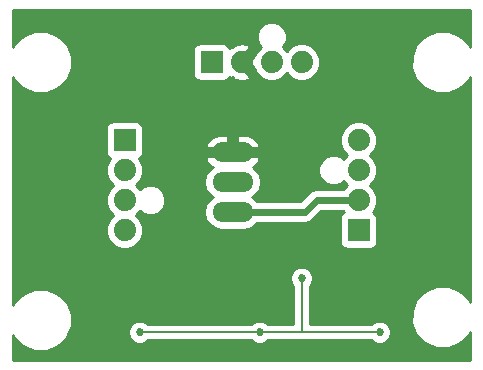
<source format=gbl>
G04 #@! TF.FileFunction,Copper,L2,Bot,Signal*
%FSLAX46Y46*%
G04 Gerber Fmt 4.6, Leading zero omitted, Abs format (unit mm)*
G04 Created by KiCad (PCBNEW 4.0.6) date Friday, March 31, 2017 'PMt' 06:41:41 PM*
%MOMM*%
%LPD*%
G01*
G04 APERTURE LIST*
%ADD10C,0.100000*%
%ADD11C,1.879600*%
%ADD12R,1.879600X1.879600*%
%ADD13O,3.500120X1.699260*%
%ADD14C,0.685800*%
%ADD15C,0.600000*%
%ADD16C,0.152400*%
%ADD17C,0.254000*%
G04 APERTURE END LIST*
D10*
D11*
X158496000Y-110744000D03*
D12*
X158496000Y-113284000D03*
D11*
X158496000Y-105664000D03*
X158496000Y-108204000D03*
X138684000Y-108204000D03*
D12*
X138684000Y-105664000D03*
D11*
X138684000Y-113284000D03*
X138684000Y-110744000D03*
D13*
X147828000Y-109220000D03*
X147828000Y-106680000D03*
X147828000Y-111760000D03*
D11*
X148590000Y-99060000D03*
D12*
X146050000Y-99060000D03*
D11*
X153670000Y-99060000D03*
X151130000Y-99060000D03*
D14*
X157226000Y-116586000D03*
X136906000Y-116586000D03*
X147066000Y-116586000D03*
X153670000Y-117348000D03*
X150114000Y-121920000D03*
X160274000Y-121920000D03*
X139954000Y-121920000D03*
D15*
X147828000Y-111760000D02*
X153924000Y-111760000D01*
X154940000Y-110744000D02*
X158496000Y-110744000D01*
X153924000Y-111760000D02*
X154940000Y-110744000D01*
X149225000Y-111760000D02*
X147828000Y-111760000D01*
D16*
X153670000Y-117348000D02*
X153670000Y-121920000D01*
X139954000Y-121920000D02*
X150114000Y-121920000D01*
X150114000Y-121920000D02*
X153670000Y-121920000D01*
X153670000Y-121920000D02*
X160274000Y-121920000D01*
D17*
G36*
X167946000Y-97818265D02*
X167843147Y-97569342D01*
X167102557Y-96827458D01*
X166134433Y-96425458D01*
X165086166Y-96424543D01*
X164117342Y-96824853D01*
X163375458Y-97565443D01*
X162973458Y-98533567D01*
X162972543Y-99581834D01*
X163372853Y-100550658D01*
X164113443Y-101292542D01*
X165081567Y-101694542D01*
X166129834Y-101695457D01*
X167098658Y-101295147D01*
X167840542Y-100554557D01*
X167946000Y-100300586D01*
X167946000Y-119408265D01*
X167843147Y-119159342D01*
X167102557Y-118417458D01*
X166134433Y-118015458D01*
X165086166Y-118014543D01*
X164117342Y-118414853D01*
X163375458Y-119155443D01*
X162973458Y-120123567D01*
X162972543Y-121171834D01*
X163372853Y-122140658D01*
X164113443Y-122882542D01*
X165081567Y-123284542D01*
X166129834Y-123285457D01*
X167098658Y-122885147D01*
X167840542Y-122144557D01*
X167946000Y-121890586D01*
X167946000Y-124258000D01*
X129234000Y-124258000D01*
X129234000Y-122145735D01*
X129336853Y-122394658D01*
X130077443Y-123136542D01*
X131045567Y-123538542D01*
X132093834Y-123539457D01*
X133062658Y-123139147D01*
X133804542Y-122398557D01*
X133922840Y-122113663D01*
X138975931Y-122113663D01*
X139124493Y-122473212D01*
X139399341Y-122748540D01*
X139758630Y-122897730D01*
X140147663Y-122898069D01*
X140507212Y-122749507D01*
X140625726Y-122631200D01*
X149442206Y-122631200D01*
X149559341Y-122748540D01*
X149918630Y-122897730D01*
X150307663Y-122898069D01*
X150667212Y-122749507D01*
X150785726Y-122631200D01*
X159602206Y-122631200D01*
X159719341Y-122748540D01*
X160078630Y-122897730D01*
X160467663Y-122898069D01*
X160827212Y-122749507D01*
X161102540Y-122474659D01*
X161251730Y-122115370D01*
X161252069Y-121726337D01*
X161103507Y-121366788D01*
X160828659Y-121091460D01*
X160469370Y-120942270D01*
X160080337Y-120941931D01*
X159720788Y-121090493D01*
X159602274Y-121208800D01*
X154381200Y-121208800D01*
X154381200Y-118019794D01*
X154498540Y-117902659D01*
X154647730Y-117543370D01*
X154648069Y-117154337D01*
X154499507Y-116794788D01*
X154224659Y-116519460D01*
X153865370Y-116370270D01*
X153476337Y-116369931D01*
X153116788Y-116518493D01*
X152841460Y-116793341D01*
X152692270Y-117152630D01*
X152691931Y-117541663D01*
X152840493Y-117901212D01*
X152958800Y-118019726D01*
X152958800Y-121208800D01*
X150785794Y-121208800D01*
X150668659Y-121091460D01*
X150309370Y-120942270D01*
X149920337Y-120941931D01*
X149560788Y-121090493D01*
X149442274Y-121208800D01*
X140625794Y-121208800D01*
X140508659Y-121091460D01*
X140149370Y-120942270D01*
X139760337Y-120941931D01*
X139400788Y-121090493D01*
X139125460Y-121365341D01*
X138976270Y-121724630D01*
X138975931Y-122113663D01*
X133922840Y-122113663D01*
X134206542Y-121430433D01*
X134207457Y-120382166D01*
X133807147Y-119413342D01*
X133066557Y-118671458D01*
X132098433Y-118269458D01*
X131050166Y-118268543D01*
X130081342Y-118668853D01*
X129339458Y-119409443D01*
X129234000Y-119663414D01*
X129234000Y-104724200D01*
X137096760Y-104724200D01*
X137096760Y-106603800D01*
X137141038Y-106839117D01*
X137280110Y-107055241D01*
X137473410Y-107187317D01*
X137349728Y-107310783D01*
X137109474Y-107889379D01*
X137108927Y-108515873D01*
X137348171Y-109094887D01*
X137726896Y-109474273D01*
X137349728Y-109850783D01*
X137109474Y-110429379D01*
X137108927Y-111055873D01*
X137348171Y-111634887D01*
X137726896Y-112014273D01*
X137349728Y-112390783D01*
X137109474Y-112969379D01*
X137108927Y-113595873D01*
X137348171Y-114174887D01*
X137790783Y-114618272D01*
X138369379Y-114858526D01*
X138995873Y-114859073D01*
X139574887Y-114619829D01*
X140018272Y-114177217D01*
X140258526Y-113598621D01*
X140259073Y-112972127D01*
X140019829Y-112393113D01*
X139641104Y-112013727D01*
X139986733Y-111668701D01*
X140129335Y-111811553D01*
X140592271Y-112003781D01*
X141093530Y-112004218D01*
X141556800Y-111812799D01*
X141911553Y-111458665D01*
X142103781Y-110995729D01*
X142104218Y-110494470D01*
X141912799Y-110031200D01*
X141558665Y-109676447D01*
X141095729Y-109484219D01*
X140594470Y-109483782D01*
X140131200Y-109675201D01*
X139986461Y-109819687D01*
X139641104Y-109473727D01*
X139895274Y-109220000D01*
X145396214Y-109220000D01*
X145509225Y-109788143D01*
X145831052Y-110269792D01*
X146160617Y-110490000D01*
X145831052Y-110710208D01*
X145509225Y-111191857D01*
X145396214Y-111760000D01*
X145509225Y-112328143D01*
X145831052Y-112809792D01*
X146312701Y-113131619D01*
X146880844Y-113244630D01*
X148775156Y-113244630D01*
X149343299Y-113131619D01*
X149824948Y-112809792D01*
X149901649Y-112695000D01*
X153924000Y-112695000D01*
X154281809Y-112623827D01*
X154585145Y-112421145D01*
X155327290Y-111679000D01*
X157204207Y-111679000D01*
X157287549Y-111762488D01*
X157104759Y-111880110D01*
X156959769Y-112092310D01*
X156908760Y-112344200D01*
X156908760Y-114223800D01*
X156953038Y-114459117D01*
X157092110Y-114675241D01*
X157304310Y-114820231D01*
X157556200Y-114871240D01*
X159435800Y-114871240D01*
X159671117Y-114826962D01*
X159887241Y-114687890D01*
X160032231Y-114475690D01*
X160083240Y-114223800D01*
X160083240Y-112344200D01*
X160038962Y-112108883D01*
X159899890Y-111892759D01*
X159706590Y-111760683D01*
X159830272Y-111637217D01*
X160070526Y-111058621D01*
X160071073Y-110432127D01*
X159831829Y-109853113D01*
X159453104Y-109473727D01*
X159830272Y-109097217D01*
X160070526Y-108518621D01*
X160071073Y-107892127D01*
X159831829Y-107313113D01*
X159453104Y-106933727D01*
X159830272Y-106557217D01*
X160070526Y-105978621D01*
X160071073Y-105352127D01*
X159831829Y-104773113D01*
X159389217Y-104329728D01*
X158810621Y-104089474D01*
X158184127Y-104088927D01*
X157605113Y-104328171D01*
X157161728Y-104770783D01*
X156921474Y-105349379D01*
X156920927Y-105975873D01*
X157160171Y-106554887D01*
X157538896Y-106934273D01*
X157193267Y-107279299D01*
X157050665Y-107136447D01*
X156587729Y-106944219D01*
X156086470Y-106943782D01*
X155623200Y-107135201D01*
X155268447Y-107489335D01*
X155076219Y-107952271D01*
X155075782Y-108453530D01*
X155267201Y-108916800D01*
X155621335Y-109271553D01*
X156084271Y-109463781D01*
X156585530Y-109464218D01*
X157048800Y-109272799D01*
X157193539Y-109128313D01*
X157538896Y-109474273D01*
X157203584Y-109809000D01*
X154940000Y-109809000D01*
X154582191Y-109880173D01*
X154278855Y-110082855D01*
X153536710Y-110825000D01*
X149901649Y-110825000D01*
X149824948Y-110710208D01*
X149495383Y-110490000D01*
X149824948Y-110269792D01*
X150146775Y-109788143D01*
X150259786Y-109220000D01*
X150146775Y-108651857D01*
X149824948Y-108170208D01*
X149519867Y-107966360D01*
X149641180Y-107908878D01*
X150041972Y-107466041D01*
X150089398Y-107273206D01*
X150000762Y-107053000D01*
X148201000Y-107053000D01*
X148201000Y-107073000D01*
X147455000Y-107073000D01*
X147455000Y-107053000D01*
X145655238Y-107053000D01*
X145566602Y-107273206D01*
X145614028Y-107466041D01*
X146014820Y-107908878D01*
X146136133Y-107966360D01*
X145831052Y-108170208D01*
X145509225Y-108651857D01*
X145396214Y-109220000D01*
X139895274Y-109220000D01*
X140018272Y-109097217D01*
X140258526Y-108518621D01*
X140259073Y-107892127D01*
X140019829Y-107313113D01*
X139892451Y-107185512D01*
X140075241Y-107067890D01*
X140220231Y-106855690D01*
X140271240Y-106603800D01*
X140271240Y-106086794D01*
X145566602Y-106086794D01*
X145655238Y-106307000D01*
X147455000Y-106307000D01*
X147455000Y-105195370D01*
X148201000Y-105195370D01*
X148201000Y-106307000D01*
X150000762Y-106307000D01*
X150089398Y-106086794D01*
X150041972Y-105893959D01*
X149641180Y-105451122D01*
X149101430Y-105195370D01*
X148201000Y-105195370D01*
X147455000Y-105195370D01*
X146554570Y-105195370D01*
X146014820Y-105451122D01*
X145614028Y-105893959D01*
X145566602Y-106086794D01*
X140271240Y-106086794D01*
X140271240Y-104724200D01*
X140226962Y-104488883D01*
X140087890Y-104272759D01*
X139875690Y-104127769D01*
X139623800Y-104076760D01*
X137744200Y-104076760D01*
X137508883Y-104121038D01*
X137292759Y-104260110D01*
X137147769Y-104472310D01*
X137096760Y-104724200D01*
X129234000Y-104724200D01*
X129234000Y-100301735D01*
X129336853Y-100550658D01*
X130077443Y-101292542D01*
X131045567Y-101694542D01*
X132093834Y-101695457D01*
X133062658Y-101295147D01*
X133804542Y-100554557D01*
X134206542Y-99586433D01*
X134207457Y-98538166D01*
X134034757Y-98120200D01*
X144462760Y-98120200D01*
X144462760Y-99999800D01*
X144507038Y-100235117D01*
X144646110Y-100451241D01*
X144858310Y-100596231D01*
X145110200Y-100647240D01*
X146989800Y-100647240D01*
X147225117Y-100602962D01*
X147441241Y-100463890D01*
X147557104Y-100294320D01*
X147720144Y-100457360D01*
X147865219Y-100312285D01*
X147973804Y-100542707D01*
X148588116Y-100665651D01*
X149202716Y-100544150D01*
X149206196Y-100542707D01*
X149314782Y-100312284D01*
X148590000Y-99587502D01*
X148575858Y-99601644D01*
X148048356Y-99074142D01*
X148062498Y-99060000D01*
X149117502Y-99060000D01*
X149643333Y-99585831D01*
X149794171Y-99950887D01*
X150236783Y-100394272D01*
X150815379Y-100634526D01*
X151441873Y-100635073D01*
X152020887Y-100395829D01*
X152400273Y-100017104D01*
X152776783Y-100394272D01*
X153355379Y-100634526D01*
X153981873Y-100635073D01*
X154560887Y-100395829D01*
X155004272Y-99953217D01*
X155244526Y-99374621D01*
X155245073Y-98748127D01*
X155005829Y-98169113D01*
X154563217Y-97725728D01*
X153984621Y-97485474D01*
X153358127Y-97484927D01*
X152779113Y-97724171D01*
X152399727Y-98102896D01*
X152054701Y-97757267D01*
X152197553Y-97614665D01*
X152389781Y-97151729D01*
X152390218Y-96650470D01*
X152198799Y-96187200D01*
X151844665Y-95832447D01*
X151381729Y-95640219D01*
X150880470Y-95639782D01*
X150417200Y-95831201D01*
X150062447Y-96185335D01*
X149870219Y-96648271D01*
X149869782Y-97149530D01*
X150061201Y-97612800D01*
X150205687Y-97757539D01*
X149795728Y-98166783D01*
X149643065Y-98534437D01*
X149117502Y-99060000D01*
X148062498Y-99060000D01*
X148048356Y-99045858D01*
X148575858Y-98518356D01*
X148590000Y-98532498D01*
X149314782Y-97807716D01*
X149206196Y-97577293D01*
X148591884Y-97454349D01*
X147977284Y-97575850D01*
X147973804Y-97577293D01*
X147865219Y-97807715D01*
X147720144Y-97662640D01*
X147555742Y-97827042D01*
X147453890Y-97668759D01*
X147241690Y-97523769D01*
X146989800Y-97472760D01*
X145110200Y-97472760D01*
X144874883Y-97517038D01*
X144658759Y-97656110D01*
X144513769Y-97868310D01*
X144462760Y-98120200D01*
X134034757Y-98120200D01*
X133807147Y-97569342D01*
X133066557Y-96827458D01*
X132098433Y-96425458D01*
X131050166Y-96424543D01*
X130081342Y-96824853D01*
X129339458Y-97565443D01*
X129234000Y-97819414D01*
X129234000Y-94690000D01*
X167946000Y-94690000D01*
X167946000Y-97818265D01*
X167946000Y-97818265D01*
G37*
X167946000Y-97818265D02*
X167843147Y-97569342D01*
X167102557Y-96827458D01*
X166134433Y-96425458D01*
X165086166Y-96424543D01*
X164117342Y-96824853D01*
X163375458Y-97565443D01*
X162973458Y-98533567D01*
X162972543Y-99581834D01*
X163372853Y-100550658D01*
X164113443Y-101292542D01*
X165081567Y-101694542D01*
X166129834Y-101695457D01*
X167098658Y-101295147D01*
X167840542Y-100554557D01*
X167946000Y-100300586D01*
X167946000Y-119408265D01*
X167843147Y-119159342D01*
X167102557Y-118417458D01*
X166134433Y-118015458D01*
X165086166Y-118014543D01*
X164117342Y-118414853D01*
X163375458Y-119155443D01*
X162973458Y-120123567D01*
X162972543Y-121171834D01*
X163372853Y-122140658D01*
X164113443Y-122882542D01*
X165081567Y-123284542D01*
X166129834Y-123285457D01*
X167098658Y-122885147D01*
X167840542Y-122144557D01*
X167946000Y-121890586D01*
X167946000Y-124258000D01*
X129234000Y-124258000D01*
X129234000Y-122145735D01*
X129336853Y-122394658D01*
X130077443Y-123136542D01*
X131045567Y-123538542D01*
X132093834Y-123539457D01*
X133062658Y-123139147D01*
X133804542Y-122398557D01*
X133922840Y-122113663D01*
X138975931Y-122113663D01*
X139124493Y-122473212D01*
X139399341Y-122748540D01*
X139758630Y-122897730D01*
X140147663Y-122898069D01*
X140507212Y-122749507D01*
X140625726Y-122631200D01*
X149442206Y-122631200D01*
X149559341Y-122748540D01*
X149918630Y-122897730D01*
X150307663Y-122898069D01*
X150667212Y-122749507D01*
X150785726Y-122631200D01*
X159602206Y-122631200D01*
X159719341Y-122748540D01*
X160078630Y-122897730D01*
X160467663Y-122898069D01*
X160827212Y-122749507D01*
X161102540Y-122474659D01*
X161251730Y-122115370D01*
X161252069Y-121726337D01*
X161103507Y-121366788D01*
X160828659Y-121091460D01*
X160469370Y-120942270D01*
X160080337Y-120941931D01*
X159720788Y-121090493D01*
X159602274Y-121208800D01*
X154381200Y-121208800D01*
X154381200Y-118019794D01*
X154498540Y-117902659D01*
X154647730Y-117543370D01*
X154648069Y-117154337D01*
X154499507Y-116794788D01*
X154224659Y-116519460D01*
X153865370Y-116370270D01*
X153476337Y-116369931D01*
X153116788Y-116518493D01*
X152841460Y-116793341D01*
X152692270Y-117152630D01*
X152691931Y-117541663D01*
X152840493Y-117901212D01*
X152958800Y-118019726D01*
X152958800Y-121208800D01*
X150785794Y-121208800D01*
X150668659Y-121091460D01*
X150309370Y-120942270D01*
X149920337Y-120941931D01*
X149560788Y-121090493D01*
X149442274Y-121208800D01*
X140625794Y-121208800D01*
X140508659Y-121091460D01*
X140149370Y-120942270D01*
X139760337Y-120941931D01*
X139400788Y-121090493D01*
X139125460Y-121365341D01*
X138976270Y-121724630D01*
X138975931Y-122113663D01*
X133922840Y-122113663D01*
X134206542Y-121430433D01*
X134207457Y-120382166D01*
X133807147Y-119413342D01*
X133066557Y-118671458D01*
X132098433Y-118269458D01*
X131050166Y-118268543D01*
X130081342Y-118668853D01*
X129339458Y-119409443D01*
X129234000Y-119663414D01*
X129234000Y-104724200D01*
X137096760Y-104724200D01*
X137096760Y-106603800D01*
X137141038Y-106839117D01*
X137280110Y-107055241D01*
X137473410Y-107187317D01*
X137349728Y-107310783D01*
X137109474Y-107889379D01*
X137108927Y-108515873D01*
X137348171Y-109094887D01*
X137726896Y-109474273D01*
X137349728Y-109850783D01*
X137109474Y-110429379D01*
X137108927Y-111055873D01*
X137348171Y-111634887D01*
X137726896Y-112014273D01*
X137349728Y-112390783D01*
X137109474Y-112969379D01*
X137108927Y-113595873D01*
X137348171Y-114174887D01*
X137790783Y-114618272D01*
X138369379Y-114858526D01*
X138995873Y-114859073D01*
X139574887Y-114619829D01*
X140018272Y-114177217D01*
X140258526Y-113598621D01*
X140259073Y-112972127D01*
X140019829Y-112393113D01*
X139641104Y-112013727D01*
X139986733Y-111668701D01*
X140129335Y-111811553D01*
X140592271Y-112003781D01*
X141093530Y-112004218D01*
X141556800Y-111812799D01*
X141911553Y-111458665D01*
X142103781Y-110995729D01*
X142104218Y-110494470D01*
X141912799Y-110031200D01*
X141558665Y-109676447D01*
X141095729Y-109484219D01*
X140594470Y-109483782D01*
X140131200Y-109675201D01*
X139986461Y-109819687D01*
X139641104Y-109473727D01*
X139895274Y-109220000D01*
X145396214Y-109220000D01*
X145509225Y-109788143D01*
X145831052Y-110269792D01*
X146160617Y-110490000D01*
X145831052Y-110710208D01*
X145509225Y-111191857D01*
X145396214Y-111760000D01*
X145509225Y-112328143D01*
X145831052Y-112809792D01*
X146312701Y-113131619D01*
X146880844Y-113244630D01*
X148775156Y-113244630D01*
X149343299Y-113131619D01*
X149824948Y-112809792D01*
X149901649Y-112695000D01*
X153924000Y-112695000D01*
X154281809Y-112623827D01*
X154585145Y-112421145D01*
X155327290Y-111679000D01*
X157204207Y-111679000D01*
X157287549Y-111762488D01*
X157104759Y-111880110D01*
X156959769Y-112092310D01*
X156908760Y-112344200D01*
X156908760Y-114223800D01*
X156953038Y-114459117D01*
X157092110Y-114675241D01*
X157304310Y-114820231D01*
X157556200Y-114871240D01*
X159435800Y-114871240D01*
X159671117Y-114826962D01*
X159887241Y-114687890D01*
X160032231Y-114475690D01*
X160083240Y-114223800D01*
X160083240Y-112344200D01*
X160038962Y-112108883D01*
X159899890Y-111892759D01*
X159706590Y-111760683D01*
X159830272Y-111637217D01*
X160070526Y-111058621D01*
X160071073Y-110432127D01*
X159831829Y-109853113D01*
X159453104Y-109473727D01*
X159830272Y-109097217D01*
X160070526Y-108518621D01*
X160071073Y-107892127D01*
X159831829Y-107313113D01*
X159453104Y-106933727D01*
X159830272Y-106557217D01*
X160070526Y-105978621D01*
X160071073Y-105352127D01*
X159831829Y-104773113D01*
X159389217Y-104329728D01*
X158810621Y-104089474D01*
X158184127Y-104088927D01*
X157605113Y-104328171D01*
X157161728Y-104770783D01*
X156921474Y-105349379D01*
X156920927Y-105975873D01*
X157160171Y-106554887D01*
X157538896Y-106934273D01*
X157193267Y-107279299D01*
X157050665Y-107136447D01*
X156587729Y-106944219D01*
X156086470Y-106943782D01*
X155623200Y-107135201D01*
X155268447Y-107489335D01*
X155076219Y-107952271D01*
X155075782Y-108453530D01*
X155267201Y-108916800D01*
X155621335Y-109271553D01*
X156084271Y-109463781D01*
X156585530Y-109464218D01*
X157048800Y-109272799D01*
X157193539Y-109128313D01*
X157538896Y-109474273D01*
X157203584Y-109809000D01*
X154940000Y-109809000D01*
X154582191Y-109880173D01*
X154278855Y-110082855D01*
X153536710Y-110825000D01*
X149901649Y-110825000D01*
X149824948Y-110710208D01*
X149495383Y-110490000D01*
X149824948Y-110269792D01*
X150146775Y-109788143D01*
X150259786Y-109220000D01*
X150146775Y-108651857D01*
X149824948Y-108170208D01*
X149519867Y-107966360D01*
X149641180Y-107908878D01*
X150041972Y-107466041D01*
X150089398Y-107273206D01*
X150000762Y-107053000D01*
X148201000Y-107053000D01*
X148201000Y-107073000D01*
X147455000Y-107073000D01*
X147455000Y-107053000D01*
X145655238Y-107053000D01*
X145566602Y-107273206D01*
X145614028Y-107466041D01*
X146014820Y-107908878D01*
X146136133Y-107966360D01*
X145831052Y-108170208D01*
X145509225Y-108651857D01*
X145396214Y-109220000D01*
X139895274Y-109220000D01*
X140018272Y-109097217D01*
X140258526Y-108518621D01*
X140259073Y-107892127D01*
X140019829Y-107313113D01*
X139892451Y-107185512D01*
X140075241Y-107067890D01*
X140220231Y-106855690D01*
X140271240Y-106603800D01*
X140271240Y-106086794D01*
X145566602Y-106086794D01*
X145655238Y-106307000D01*
X147455000Y-106307000D01*
X147455000Y-105195370D01*
X148201000Y-105195370D01*
X148201000Y-106307000D01*
X150000762Y-106307000D01*
X150089398Y-106086794D01*
X150041972Y-105893959D01*
X149641180Y-105451122D01*
X149101430Y-105195370D01*
X148201000Y-105195370D01*
X147455000Y-105195370D01*
X146554570Y-105195370D01*
X146014820Y-105451122D01*
X145614028Y-105893959D01*
X145566602Y-106086794D01*
X140271240Y-106086794D01*
X140271240Y-104724200D01*
X140226962Y-104488883D01*
X140087890Y-104272759D01*
X139875690Y-104127769D01*
X139623800Y-104076760D01*
X137744200Y-104076760D01*
X137508883Y-104121038D01*
X137292759Y-104260110D01*
X137147769Y-104472310D01*
X137096760Y-104724200D01*
X129234000Y-104724200D01*
X129234000Y-100301735D01*
X129336853Y-100550658D01*
X130077443Y-101292542D01*
X131045567Y-101694542D01*
X132093834Y-101695457D01*
X133062658Y-101295147D01*
X133804542Y-100554557D01*
X134206542Y-99586433D01*
X134207457Y-98538166D01*
X134034757Y-98120200D01*
X144462760Y-98120200D01*
X144462760Y-99999800D01*
X144507038Y-100235117D01*
X144646110Y-100451241D01*
X144858310Y-100596231D01*
X145110200Y-100647240D01*
X146989800Y-100647240D01*
X147225117Y-100602962D01*
X147441241Y-100463890D01*
X147557104Y-100294320D01*
X147720144Y-100457360D01*
X147865219Y-100312285D01*
X147973804Y-100542707D01*
X148588116Y-100665651D01*
X149202716Y-100544150D01*
X149206196Y-100542707D01*
X149314782Y-100312284D01*
X148590000Y-99587502D01*
X148575858Y-99601644D01*
X148048356Y-99074142D01*
X148062498Y-99060000D01*
X149117502Y-99060000D01*
X149643333Y-99585831D01*
X149794171Y-99950887D01*
X150236783Y-100394272D01*
X150815379Y-100634526D01*
X151441873Y-100635073D01*
X152020887Y-100395829D01*
X152400273Y-100017104D01*
X152776783Y-100394272D01*
X153355379Y-100634526D01*
X153981873Y-100635073D01*
X154560887Y-100395829D01*
X155004272Y-99953217D01*
X155244526Y-99374621D01*
X155245073Y-98748127D01*
X155005829Y-98169113D01*
X154563217Y-97725728D01*
X153984621Y-97485474D01*
X153358127Y-97484927D01*
X152779113Y-97724171D01*
X152399727Y-98102896D01*
X152054701Y-97757267D01*
X152197553Y-97614665D01*
X152389781Y-97151729D01*
X152390218Y-96650470D01*
X152198799Y-96187200D01*
X151844665Y-95832447D01*
X151381729Y-95640219D01*
X150880470Y-95639782D01*
X150417200Y-95831201D01*
X150062447Y-96185335D01*
X149870219Y-96648271D01*
X149869782Y-97149530D01*
X150061201Y-97612800D01*
X150205687Y-97757539D01*
X149795728Y-98166783D01*
X149643065Y-98534437D01*
X149117502Y-99060000D01*
X148062498Y-99060000D01*
X148048356Y-99045858D01*
X148575858Y-98518356D01*
X148590000Y-98532498D01*
X149314782Y-97807716D01*
X149206196Y-97577293D01*
X148591884Y-97454349D01*
X147977284Y-97575850D01*
X147973804Y-97577293D01*
X147865219Y-97807715D01*
X147720144Y-97662640D01*
X147555742Y-97827042D01*
X147453890Y-97668759D01*
X147241690Y-97523769D01*
X146989800Y-97472760D01*
X145110200Y-97472760D01*
X144874883Y-97517038D01*
X144658759Y-97656110D01*
X144513769Y-97868310D01*
X144462760Y-98120200D01*
X134034757Y-98120200D01*
X133807147Y-97569342D01*
X133066557Y-96827458D01*
X132098433Y-96425458D01*
X131050166Y-96424543D01*
X130081342Y-96824853D01*
X129339458Y-97565443D01*
X129234000Y-97819414D01*
X129234000Y-94690000D01*
X167946000Y-94690000D01*
X167946000Y-97818265D01*
M02*

</source>
